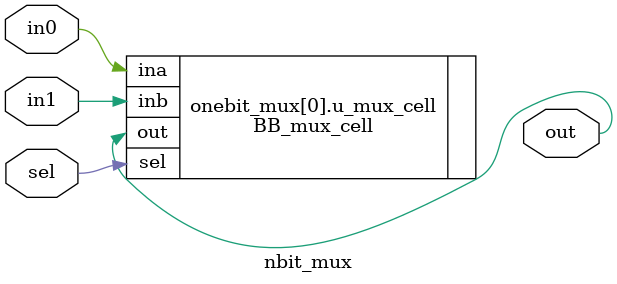
<source format=v>
module nbit_mux #(
    parameter WIDTH = 1
) (
    input  [WIDTH-1:0] in0,
    input  [WIDTH-1:0] in1,
    input              sel,
    output [WIDTH-1:0] out
);

  generate
    genvar i;
    for (i = 0; i < WIDTH; i = i + 1) begin : onebit_mux
      BB_mux_cell u_mux_cell (
          .ina(in0[i]),  //0
          .inb(in1[i]),  //1
          .sel(sel),
          .out(out[i])
      );
    end
  endgenerate

endmodule

</source>
